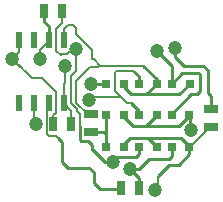
<source format=gtl>
G04 ( created by brdgerber.py ( brdgerber.py v0.1 2014-03-12 ) ) date 2015-07-07 22:24:25 EDT*
G04 Gerber Fmt 3.4, Leading zero omitted, Abs format*
%MOIN*%
%FSLAX34Y34*%
G01*
G70*
G90*
G04 APERTURE LIST*
%ADD17C,0.0026*%
%ADD19R,0.0250X0.0450*%
%ADD12C,0.0052*%
%ADD11R,0.1259X0.1259*%
%ADD21R,0.0236X0.0551*%
%ADD22C,0.0060*%
%ADD25C,0.0472*%
%ADD10R,0.1535X0.1535*%
%ADD13C,0.0050*%
%ADD14R,0.0450X0.0250*%
%ADD20C,0.0200*%
%ADD16R,0.0314X0.0314*%
%ADD24C,0.0100*%
%ADD15C,0.0045*%
%ADD23C,0.0080*%
%ADD18C,0.0040*%
G04 APERTURE END LIST*
G54D17*
D14*
X05270Y10470D03*
D14*
X05270Y11070D03*
D16*
X05755Y12100D03*
D16*
X06345Y12100D03*
D16*
X06855Y12100D03*
D16*
X07445Y12100D03*
D16*
X07955Y12100D03*
D16*
X08545Y12100D03*
D16*
X05755Y11050D03*
D16*
X06345Y11050D03*
D16*
X06865Y11060D03*
D16*
X07455Y11060D03*
D16*
X07945Y11050D03*
D16*
X08535Y11050D03*
D19*
X04310Y14510D03*
D19*
X03710Y14510D03*
D16*
X05755Y09980D03*
D16*
X06345Y09980D03*
D16*
X06865Y09990D03*
D16*
X07455Y09990D03*
D16*
X07945Y09980D03*
D16*
X08535Y09980D03*
D14*
X09250Y11250D03*
D14*
X09250Y10650D03*
D19*
X06850Y08620D03*
D19*
X06250Y08620D03*
D21*
X02850Y13550D03*
D21*
X02850Y11450D03*
D21*
X03350Y13550D03*
D21*
X03850Y13550D03*
D21*
X04350Y13550D03*
D21*
X03350Y11450D03*
D21*
X03850Y11450D03*
D21*
X04350Y11450D03*
D19*
X04010Y10750D03*
D19*
X04610Y10750D03*
D23*
G01X05160Y11070D02*
G01X04770Y11460D01*
D24*
G01X06350Y12100D02*
G01X06350Y12000D01*
D24*
G01X06350Y12000D02*
G01X06600Y11750D01*
D24*
G01X06600Y11750D02*
G01X07100Y11750D01*
D24*
G01X07100Y11750D02*
G01X07450Y12100D01*
D24*
G01X07100Y11750D02*
G01X08200Y11750D01*
D24*
G01X08200Y11750D02*
G01X08550Y12100D01*
D24*
G01X06350Y11050D02*
G01X06350Y11000D01*
D24*
G01X06350Y11000D02*
G01X06650Y10700D01*
D24*
G01X06650Y10700D02*
G01X07100Y10700D01*
D24*
G01X07100Y10700D02*
G01X07450Y11050D01*
D24*
G01X07100Y10700D02*
G01X08200Y10700D01*
D24*
G01X08200Y10700D02*
G01X08550Y11050D01*
D24*
G01X06350Y10000D02*
G01X06350Y10100D01*
D24*
G01X06350Y10100D02*
G01X06550Y10300D01*
D24*
G01X06550Y10300D02*
G01X07150Y10300D01*
D24*
G01X07150Y10300D02*
G01X07450Y10000D01*
D24*
G01X07150Y10300D02*
G01X08250Y10300D01*
D24*
G01X08250Y10300D02*
G01X08550Y10000D01*
D24*
G01X05750Y10000D02*
G01X05750Y11050D01*
D24*
G01X05750Y12100D02*
G01X05250Y12100D01*
D25*
X05250Y12100D03*
D24*
G01X06850Y11050D02*
G01X06850Y11200D01*
D24*
G01X06850Y11200D02*
G01X06600Y11450D01*
D23*
G01X06050Y11860D02*
G01X06460Y11450D01*
D23*
G01X06050Y12460D02*
G01X06050Y11860D01*
D23*
G01X06100Y12510D02*
G01X06050Y12460D01*
D23*
G01X05300Y13210D02*
G01X05300Y12910D01*
D23*
G01X04580Y12340D02*
G01X04760Y12520D01*
D24*
G01X06700Y12500D02*
G01X06850Y12350D01*
D24*
G01X06850Y12350D02*
G01X06850Y12100D01*
D23*
G01X04580Y11440D02*
G01X04580Y12340D01*
D24*
G01X07450Y12250D02*
G01X07000Y12700D01*
D24*
G01X07450Y12100D02*
G01X07450Y12250D01*
D24*
G01X07200Y09600D02*
G01X07600Y09600D01*
D24*
G01X06750Y09650D02*
G01X06850Y09750D01*
D24*
G01X06850Y09750D02*
G01X06850Y10000D01*
D24*
G01X07950Y11050D02*
G01X07950Y11100D01*
D24*
G01X07950Y11100D02*
G01X08600Y11750D01*
D24*
G01X08600Y11750D02*
G01X08800Y11750D01*
D24*
G01X08800Y11750D02*
G01X08900Y11850D01*
D24*
G01X08900Y11850D02*
G01X08900Y12400D01*
D24*
G01X08900Y12400D02*
G01X08850Y12450D01*
D24*
G01X08850Y12450D02*
G01X08300Y12450D01*
D24*
G01X08300Y12450D02*
G01X07950Y12100D01*
D24*
G01X07950Y12100D02*
G01X07950Y12700D01*
D24*
G01X07950Y12700D02*
G01X07450Y13200D01*
D25*
X07450Y13200D03*
D25*
X06550Y09250D03*
D24*
G01X06550Y09250D02*
G01X06850Y09250D01*
D24*
G01X06850Y09250D02*
G01X07200Y09600D01*
D24*
G01X07600Y09600D02*
G01X07850Y09600D01*
D24*
G01X07850Y09600D02*
G01X07950Y09700D01*
D24*
G01X07950Y09700D02*
G01X07950Y10000D01*
D24*
G01X09250Y11700D02*
G01X09150Y11800D01*
D24*
G01X09250Y11250D02*
G01X09250Y11700D01*
D23*
G01X07480Y08640D02*
G01X07480Y09010D01*
D23*
G01X07390Y08550D02*
G01X07480Y08640D01*
D24*
G01X09150Y11800D02*
G01X09150Y12550D01*
D23*
G01X04760Y12520D02*
G01X04760Y12810D01*
D23*
G01X04660Y14050D02*
G01X04760Y13950D01*
D23*
G01X04490Y14050D02*
G01X04660Y14050D01*
D24*
G01X05200Y09300D02*
G01X04500Y09300D01*
D24*
G01X03850Y14020D02*
G01X03710Y14160D01*
D23*
G01X04390Y12110D02*
G01X04350Y12070D01*
D23*
G01X03560Y12910D02*
G01X03560Y13230D01*
D24*
G01X04500Y09300D02*
G01X04300Y09500D01*
D24*
G01X04300Y10150D02*
G01X04150Y10300D01*
D24*
G01X04300Y09500D02*
G01X04300Y10150D01*
D23*
G01X04310Y14510D02*
G01X04310Y14130D01*
D23*
G01X04310Y14130D02*
G01X04110Y13930D01*
D23*
G01X04760Y13950D02*
G01X04760Y13860D01*
D24*
G01X06850Y08600D02*
G01X06850Y08950D01*
D24*
G01X06850Y08950D02*
G01X06550Y09250D01*
D25*
X04390Y12700D03*
D24*
G01X09150Y12550D02*
G01X09000Y12700D01*
D23*
G01X04390Y12700D02*
G01X04390Y12110D01*
D25*
X03560Y12910D03*
D23*
G01X06690Y12510D02*
G01X06100Y12510D01*
D24*
G01X09000Y12700D02*
G01X08350Y12700D01*
D24*
G01X08350Y12700D02*
G01X08050Y13000D01*
D24*
G01X08050Y13000D02*
G01X08050Y13300D01*
D25*
X08050Y13300D03*
D23*
G01X05270Y11070D02*
G01X05160Y11070D01*
D23*
G01X04350Y13910D02*
G01X04490Y14050D01*
D24*
G01X05160Y10170D02*
G01X04920Y10170D01*
D24*
G01X08550Y11050D02*
G01X08550Y10600D01*
D24*
G01X08550Y10600D02*
G01X08600Y10550D01*
D25*
X08600Y10550D03*
D25*
X07390Y08550D03*
D23*
G01X04770Y12180D02*
G01X05240Y12650D01*
D23*
G01X04770Y11460D02*
G01X04770Y12180D01*
D24*
G01X05350Y09150D02*
G01X05200Y09300D01*
D24*
G01X05330Y09870D02*
G01X05730Y09470D01*
D24*
G01X05290Y09870D02*
G01X05330Y09870D01*
D24*
G01X03850Y13550D02*
G01X03850Y14020D01*
D24*
G01X05290Y10040D02*
G01X05160Y10170D01*
D24*
G01X06250Y08600D02*
G01X05550Y08600D01*
D24*
G01X05550Y08600D02*
G01X05350Y08800D01*
D24*
G01X05350Y08800D02*
G01X05350Y09150D01*
D23*
G01X04760Y13750D02*
G01X05300Y13210D01*
D24*
G01X04920Y10170D02*
G01X04880Y10210D01*
D23*
G01X05300Y12910D02*
G01X05350Y12910D01*
D23*
G01X04110Y13200D02*
G01X04250Y13060D01*
D23*
G01X04110Y13930D02*
G01X04110Y13200D01*
D23*
G01X04770Y12820D02*
G01X04770Y13260D01*
D24*
G01X03710Y14160D02*
G01X03710Y14510D01*
D23*
G01X05510Y12650D02*
G01X05560Y12700D01*
D23*
G01X03850Y13520D02*
G01X03850Y13550D01*
D24*
G01X04880Y10210D02*
G01X04880Y10700D01*
D25*
X06000Y09470D03*
D23*
G01X05560Y12700D02*
G01X05930Y12700D01*
D23*
G01X05350Y12910D02*
G01X05560Y12700D01*
D23*
G01X04350Y13550D02*
G01X04350Y13910D01*
D24*
G01X06750Y09640D02*
G01X06170Y09640D01*
D24*
G01X06170Y09640D02*
G01X06000Y09470D01*
D24*
G01X05290Y09880D02*
G01X05290Y10040D01*
D23*
G01X06460Y11450D02*
G01X06600Y11450D01*
D23*
G01X04610Y11190D02*
G01X04350Y11450D01*
D23*
G01X04350Y12070D02*
G01X04350Y11450D01*
D24*
G01X05700Y10470D02*
G01X05750Y10420D01*
D24*
G01X05270Y10470D02*
G01X05700Y10470D01*
D24*
G01X05730Y09470D02*
G01X06000Y09470D01*
D24*
G01X08540Y09980D02*
G01X08540Y09750D01*
D24*
G01X08540Y09750D02*
G01X08180Y09390D01*
D24*
G01X08180Y09390D02*
G01X07850Y09390D01*
D24*
G01X07850Y09390D02*
G01X07480Y09020D01*
D23*
G01X07000Y12700D02*
G01X05920Y12700D01*
D23*
G01X04760Y13850D02*
G01X04760Y13750D01*
D23*
G01X04240Y13070D02*
G01X04470Y13070D01*
D23*
G01X04470Y13070D02*
G01X04660Y13260D01*
D23*
G01X04660Y13260D02*
G01X04770Y13260D01*
D25*
X04770Y13260D03*
D23*
G01X04780Y11170D02*
G01X04780Y11240D01*
D23*
G01X04780Y11240D02*
G01X04580Y11440D01*
D23*
G01X04880Y11070D02*
G01X04780Y11170D01*
D23*
G01X03560Y13230D02*
G01X03850Y13520D01*
D25*
X05190Y11560D03*
D23*
G01X05190Y11560D02*
G01X05280Y11650D01*
D23*
G01X05280Y11650D02*
G01X06260Y11650D01*
D23*
G01X04610Y10750D02*
G01X04610Y11190D01*
D23*
G01X03630Y12270D02*
G01X03290Y12270D01*
D23*
G01X03290Y12270D02*
G01X02640Y12920D01*
D23*
G01X04090Y11810D02*
G01X03630Y12270D01*
D25*
X02640Y12930D03*
D23*
G01X04380Y11420D02*
G01X04350Y11450D01*
D23*
G01X04100Y10350D02*
G01X04150Y10300D01*
D23*
G01X03000Y12570D02*
G01X02640Y12930D01*
D23*
G01X03860Y10350D02*
G01X03780Y10430D01*
D23*
G01X03780Y10430D02*
G01X03780Y10970D01*
D23*
G01X02850Y13550D02*
G01X02850Y13140D01*
D23*
G01X02850Y13140D02*
G01X02640Y12930D01*
D23*
G01X04100Y10350D02*
G01X03860Y10350D01*
D23*
G01X03780Y10960D02*
G01X03780Y11380D01*
D23*
G01X03780Y11380D02*
G01X03850Y11450D01*
D25*
X03440Y10760D03*
D23*
G01X03440Y10760D02*
G01X03350Y10850D01*
D23*
G01X03350Y10850D02*
G01X03350Y11450D01*
D23*
G01X04010Y10750D02*
G01X04010Y11040D01*
D23*
G01X04010Y11040D02*
G01X04090Y11120D01*
D23*
G01X04090Y11120D02*
G01X04090Y11810D01*
D23*
G01X04880Y10670D02*
G01X04880Y11070D01*
D23*
G01X05240Y12650D02*
G01X05510Y12650D01*
D23*
G01X08540Y09980D02*
G01X08550Y09980D01*
D23*
G01X08550Y09980D02*
G01X09220Y10650D01*
D23*
G01X09220Y10650D02*
G01X09250Y10650D01*
M02*

</source>
